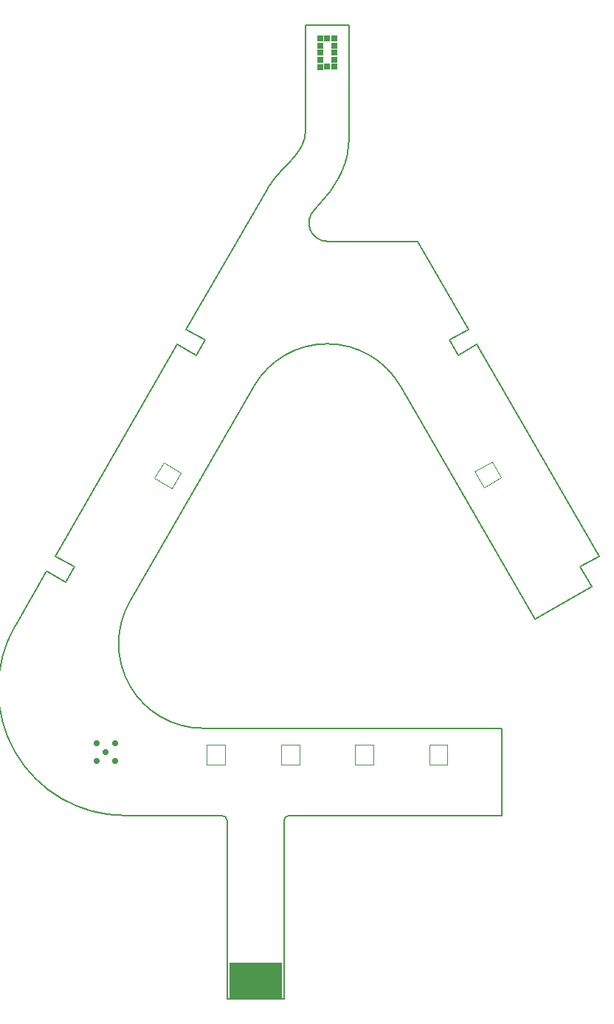
<source format=gts>
G04*
G04 #@! TF.GenerationSoftware,Altium Limited,Altium Designer,19.0.12 (326)*
G04*
G04 Layer_Color=8388736*
%FSLAX44Y44*%
%MOMM*%
G71*
G01*
G75*
%ADD13C,0.1270*%
%ADD14C,0.0500*%
%ADD15C,0.0500*%
%ADD19R,0.5032X4.2032*%
%ADD20R,0.7032X0.7032*%
%ADD21R,0.7032X0.7832*%
%ADD22C,0.7112*%
D13*
X71033Y210000D02*
G03*
X65000Y203904I31J-6065D01*
G01*
X0Y203812D02*
G03*
X-5942Y210000I-6065J123D01*
G01*
X-111533Y455503D02*
G03*
X-27532Y310000I84003J-48502D01*
G01*
X198813Y702019D02*
G03*
X30804Y702023I-84006J-48498D01*
G01*
X100117Y903997D02*
G03*
X114813Y867997I14697J-15000D01*
G01*
X100117Y903997D02*
G03*
X118069Y924838I-112752J115276D01*
G01*
X86550Y979398D02*
G03*
X88952Y986455I-34722J15755D01*
G01*
X55905Y941923D02*
G03*
X46385Y928999I62227J-55807D01*
G01*
X127940Y940646D02*
G03*
X131966Y948976I-104630J55697D01*
G01*
X67301Y954122D02*
G03*
X72986Y960189I-226733J218176D01*
G01*
X137728Y966245D02*
G03*
X139816Y983996I-76944J18047D01*
G01*
X135260Y957526D02*
G03*
X137728Y966245I-88650J29809D01*
G01*
X118069Y924838D02*
G03*
X127940Y940646I-111894J80857D01*
G01*
X72986Y960189D02*
G03*
X78280Y966360I-96757J88364D01*
G01*
X131966Y948976D02*
G03*
X135260Y957526I-96690J42161D01*
G01*
X88952Y986455D02*
G03*
X89816Y993997I-32548J7551D01*
G01*
X78280Y966360D02*
G03*
X82897Y972731I-59537J48000D01*
G01*
D02*
G03*
X86550Y979398I-42719J27740D01*
G01*
X61512Y948065D02*
G03*
X55905Y941922I151760J-144153D01*
G01*
X-243169Y427506D02*
G03*
X-117601Y210003I125572J-72503D01*
G01*
X0Y0D02*
Y203812D01*
X65000Y0D02*
Y203904D01*
X0Y0D02*
X65000D01*
X353156Y434674D02*
X418158Y472087D01*
X198813Y702019D02*
X353156Y434674D01*
X405003Y494874D02*
X418158Y472087D01*
X405003Y494874D02*
X426654Y507374D01*
X286664Y749856D02*
X426654Y507374D01*
X218461Y867994D02*
X276665Y767177D01*
X255014Y754678D02*
X276665Y767177D01*
X265013Y737357D02*
X286664Y749856D01*
X255014Y754678D02*
X265013Y737357D01*
X114813Y867997D02*
X218461Y867994D01*
X139816Y983996D02*
X139816Y1003996D01*
X89816Y993997D02*
X89816Y1003997D01*
X61512Y948065D02*
X67301Y954122D01*
X-47044Y767185D02*
X46385Y928999D01*
X-47044Y767185D02*
X-25393Y754685D01*
X-35394Y737365D02*
X-25393Y754685D01*
X-57044Y749865D02*
X-35394Y737365D01*
X-197046Y507389D02*
X-57044Y749865D01*
X-111533Y455503D02*
X30804Y702023D01*
X-27532Y310000D02*
X314799Y309992D01*
X-243169Y427506D02*
X-207046Y490069D01*
X-185396Y477568D02*
X-175396Y494889D01*
X-197046Y507389D02*
X-175396Y494889D01*
X-207046Y490069D02*
X-185396Y477568D01*
X-117601Y210003D02*
X-5942Y210000D01*
X71033Y210000D02*
X314799D01*
Y309992D01*
X139816Y1003996D02*
Y1115996D01*
X89818D02*
X139816D01*
X89816Y1003997D02*
Y1115997D01*
D14*
X-23201Y290999D02*
X-2201D01*
Y267999D02*
Y290999D01*
X-23201Y267999D02*
X-2201D01*
X-23201D02*
Y290999D01*
X61796Y290997D02*
X82795D01*
Y267997D02*
Y290997D01*
X61796Y267997D02*
X82795D01*
X61796D02*
Y290997D01*
X146797Y291000D02*
X167797D01*
Y268001D02*
Y291000D01*
X146797Y268001D02*
X167797D01*
X146797D02*
Y291000D01*
X231799Y290993D02*
X252799D01*
Y267993D02*
Y290993D01*
X231799Y267993D02*
X252799D01*
X231799D02*
Y290993D01*
D15*
X-83224Y596373D02*
X-72785Y614503D01*
X-63292Y584897D02*
X-52853Y603027D01*
X-72785Y614503D02*
X-52853Y603027D01*
X-83224Y596373D02*
X-63292Y584897D01*
X304030Y615725D02*
X314469Y597595D01*
X284098Y604248D02*
X294537Y586119D01*
X284098Y604248D02*
X304030Y615725D01*
X294537Y586119D02*
X314469Y597595D01*
D19*
X15000Y20000D02*
D03*
X20000D02*
D03*
X25000D02*
D03*
X30000D02*
D03*
X35000D02*
D03*
X40000D02*
D03*
X45000D02*
D03*
X50000D02*
D03*
X55000D02*
D03*
X60000D02*
D03*
X10000D02*
D03*
X5000D02*
D03*
D20*
X114808Y1068072D02*
D03*
X122808D02*
D03*
Y1076072D02*
D03*
Y1084072D02*
D03*
Y1092072D02*
D03*
Y1100072D02*
D03*
X114808D02*
D03*
X106808D02*
D03*
Y1092072D02*
D03*
Y1084072D02*
D03*
Y1076072D02*
D03*
D21*
Y1067672D02*
D03*
D22*
X-128726Y293004D02*
D03*
X-139126Y282604D02*
D03*
X-149526Y293004D02*
D03*
Y272204D02*
D03*
X-128726D02*
D03*
M02*

</source>
